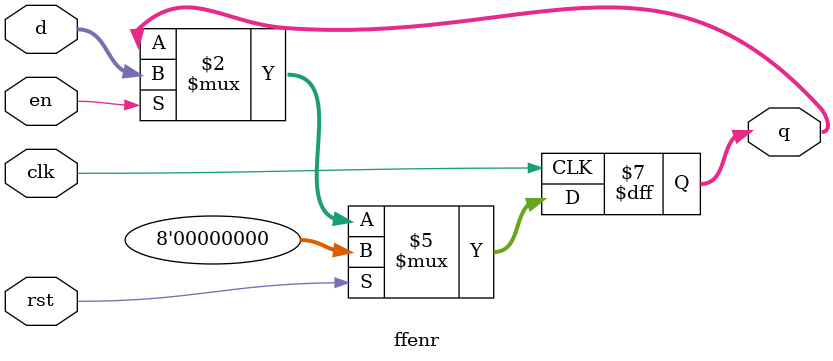
<source format=sv>
module ffenr #(
    parameter WIDTH = 8
) (
    input  logic             clk,
    input  logic             rst,
    input  logic [WIDTH-1:0] d,
    input  logic             en,
    output logic [WIDTH-1:0] q
);

  always_ff @(posedge clk)
    if (rst) q <= {WIDTH{1'b0}};
    else if (en) q <= d;
endmodule

</source>
